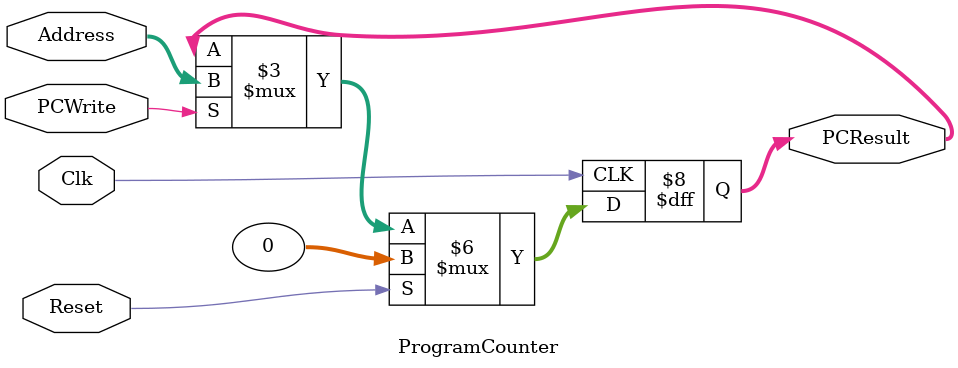
<source format=v>
`timescale 1ns / 1ps


module ProgramCounter(
    input  [31:0] Address,     // next PC
    input         Reset,       // global reset
    input         Clk,         // clock
    input         PCWrite,     // NEW: gate PC updates (from HazardDetection)
    output reg [31:0] PCResult // current PC
);

    // Update PC on rising edge
    always @ (posedge Clk) begin
        if (Reset) begin
            // On reset, point to first instruction
            PCResult <= 32'b0;
        end
        else if (PCWrite) begin
            // Normal update when not stalled
            PCResult <= Address;
        end
        else begin
            // Stall: hold current PC
            PCResult <= PCResult;
        end
    end

endmodule

</source>
